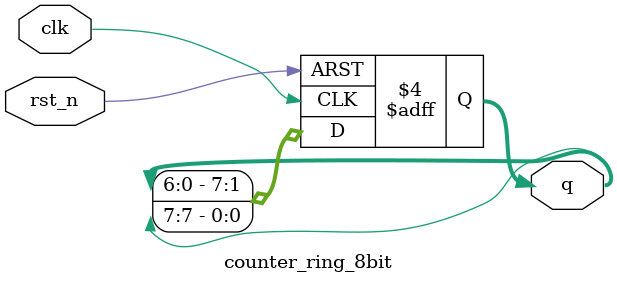
<source format=v>
`timescale 1ns / 1ps


module counter_ring_8bit(
    output reg [7:0] q,
    input            clk,   // clock
    input            rst_n  // active low reset
    );
    
    // 8-bit ring counter
    always @ (posedge clk or negedge rst_n)
    begin
        if (~rst_n)
        begin
            q <= 8'b01010101;  // reset
        end
        else
        begin
            q <= (q << 1);     // shift
            q[0] <= q[7];
        end
    end
    
endmodule                   // counter_ring_8bit

</source>
